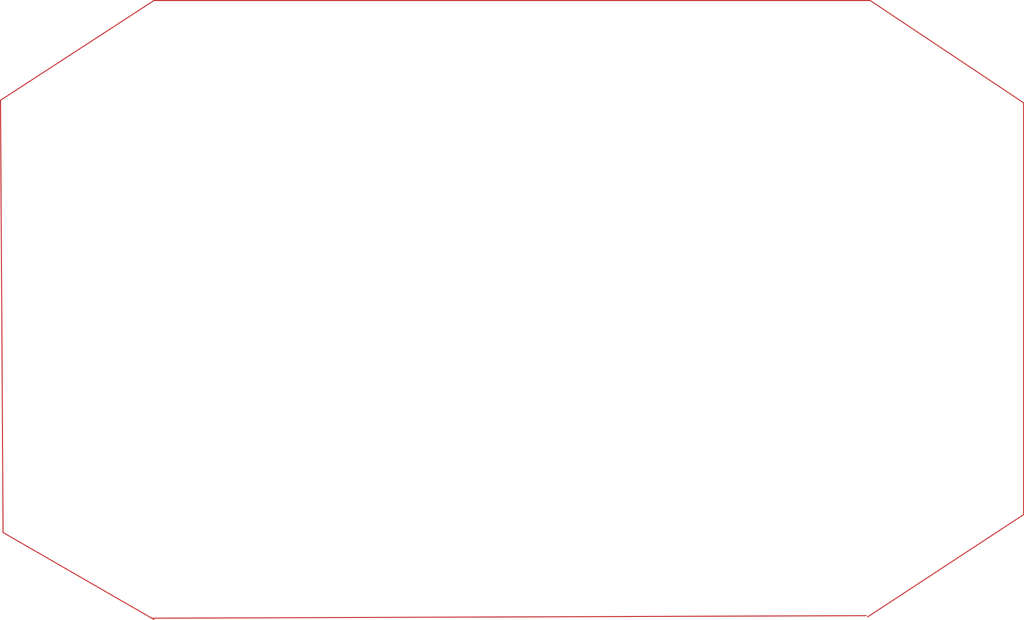
<source format=kicad_pcb>
(kicad_pcb
	(version 20240108)
	(generator "pcbnew")
	(generator_version "8.0")
	(general
		(thickness 1.6)
		(legacy_teardrops no)
	)
	(paper "A4")
	(layers
		(0 "F.Cu" signal)
		(31 "B.Cu" signal)
		(32 "B.Adhes" user "B.Adhesive")
		(33 "F.Adhes" user "F.Adhesive")
		(34 "B.Paste" user)
		(35 "F.Paste" user)
		(36 "B.SilkS" user "B.Silkscreen")
		(37 "F.SilkS" user "F.Silkscreen")
		(38 "B.Mask" user)
		(39 "F.Mask" user)
		(40 "Dwgs.User" user "User.Drawings")
		(41 "Cmts.User" user "User.Comments")
		(42 "Eco1.User" user "User.Eco1")
		(43 "Eco2.User" user "User.Eco2")
		(44 "Edge.Cuts" user)
		(45 "Margin" user)
		(46 "B.CrtYd" user "B.Courtyard")
		(47 "F.CrtYd" user "F.Courtyard")
		(48 "B.Fab" user)
		(49 "F.Fab" user)
		(50 "User.1" user)
		(51 "User.2" user)
		(52 "User.3" user)
		(53 "User.4" user)
		(54 "User.5" user)
		(55 "User.6" user)
		(56 "User.7" user)
		(57 "User.8" user)
		(58 "User.9" user)
	)
	(setup
		(pad_to_mask_clearance 0)
		(allow_soldermask_bridges_in_footprints no)
		(pcbplotparams
			(layerselection 0x00010fc_ffffffff)
			(plot_on_all_layers_selection 0x0000000_00000000)
			(disableapertmacros no)
			(usegerberextensions no)
			(usegerberattributes yes)
			(usegerberadvancedattributes yes)
			(creategerberjobfile yes)
			(dashed_line_dash_ratio 12.000000)
			(dashed_line_gap_ratio 3.000000)
			(svgprecision 4)
			(plotframeref no)
			(viasonmask no)
			(mode 1)
			(useauxorigin no)
			(hpglpennumber 1)
			(hpglpenspeed 20)
			(hpglpendiameter 15.000000)
			(pdf_front_fp_property_popups yes)
			(pdf_back_fp_property_popups yes)
			(dxfpolygonmode yes)
			(dxfimperialunits yes)
			(dxfusepcbnewfont yes)
			(psnegative no)
			(psa4output no)
			(plotreference yes)
			(plotvalue yes)
			(plotfptext yes)
			(plotinvisibletext no)
			(sketchpadsonfab no)
			(subtractmaskfromsilk no)
			(outputformat 1)
			(mirror no)
			(drillshape 1)
			(scaleselection 1)
			(outputdirectory "")
		)
	)
	(net 0 "")
	(gr_line
		(start 220 30.5)
		(end 250 50.5)
		(stroke
			(width 0.2)
			(type default)
		)
		(layer "F.Cu")
		(uuid "4e7faa3f-0fb9-4b9f-899a-8ea5e5d0da2a")
	)
	(gr_line
		(start 80 30.5)
		(end 220 30.5)
		(stroke
			(width 0.2)
			(type default)
		)
		(layer "F.Cu")
		(uuid "55a6e2c6-576b-47a1-8f72-665d2d02af39")
	)
	(gr_line
		(start 50 50)
		(end 80 30.5)
		(stroke
			(width 0.2)
			(type default)
		)
		(layer "F.Cu")
		(uuid "8fe024e7-a799-48aa-81eb-c750b68349c8")
	)
	(gr_line
		(start 219.25 150.75)
		(end 79.75 151.25)
		(stroke
			(width 0.2)
			(type default)
		)
		(layer "F.Cu")
		(uuid "91287c5a-23be-4de7-936b-666482bf67c9")
	)
	(gr_line
		(start 250 50.5)
		(end 250 131)
		(stroke
			(width 0.2)
			(type default)
		)
		(layer "F.Cu")
		(uuid "9d246ae2-252c-4522-9718-6dbc3e72efd4")
	)
	(gr_line
		(start 250 131)
		(end 219.5 151)
		(stroke
			(width 0.2)
			(type default)
		)
		(layer "F.Cu")
		(uuid "a138d51e-ea44-4d51-bced-86ab0c863edd")
	)
	(gr_line
		(start 80 151.5)
		(end 50.5 134.5)
		(stroke
			(width 0.2)
			(type default)
		)
		(layer "F.Cu")
		(uuid "ca13f5d6-1b4a-46c6-89c1-905b1932d45c")
	)
	(gr_line
		(start 50.5 134.5)
		(end 50 50)
		(stroke
			(width 0.2)
			(type default)
		)
		(layer "F.Cu")
		(uuid "fca93cff-7d5b-4dc7-9853-fa7592f42ba1")
	)
)

</source>
